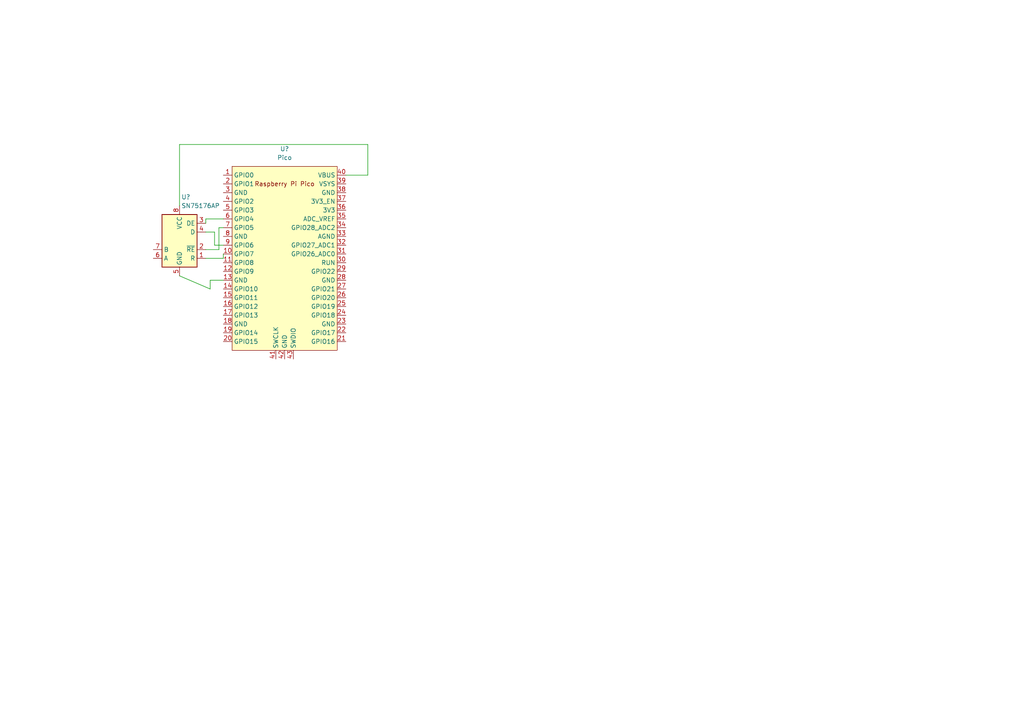
<source format=kicad_sch>
(kicad_sch (version 20211123) (generator eeschema)
  (paper "A4")
  (lib_symbols
    (symbol "Interface_UART:SN75176AP"
      (property "Reference" "U" (at -4.318 8.89 0))
      (property "Value" "SN75176AP" (at 1.016 8.89 0))
      (symbol "SN75176AP_0_1"
        (rectangle (start -5.08 7.62) (end 5.08 -7.62) (stroke (width 0.254)) (fill (type background)))
      )
      (symbol "SN75176AP_1_1"
        (pin output line (at -7.62 -5.08 0) (length 2.54) (name "R") (number "1"))
        (pin input line (at -7.62 -2.54 0) (length 2.54) (name "~{RE}") (number "2"))
        (pin input line (at -7.62 5.08 0) (length 2.54) (name "DE") (number "3"))
        (pin input line (at -7.62 2.54 0) (length 2.54) (name "D") (number "4"))
        (pin power_in line (at 0 -10.16 90) (length 2.54) (name "GND") (number "5"))
        (pin bidirectional line (at 7.62 -5.08 180) (length 2.54) (name "A") (number "6"))
        (pin bidirectional line (at 7.62 -2.54 180) (length 2.54) (name "B") (number "7"))
        (pin power_in line (at 0 10.16 270) (length 2.54) (name "VCC") (number "8"))
      )
    )
    (symbol "MCU_RaspberryPi_and_Boards:Pico"
      (property "Reference" "U" (at -13.97 27.94 0))
      (property "Value" "Pico" (at 0 19.05 0))
      (symbol "Pico_0_0"
        (text "Raspberry Pi Pico" (at 0 21.59 0) (effects (font (size 1.27 1.27))))
      )
      (symbol "Pico_0_1"
        (rectangle (start -15.24 26.67) (end 15.24 -26.67) (fill (type background)))
      )
      (symbol "Pico_1_1"
        (pin bidirectional line (at -17.78 24.13 0) (length 2.54) (name "GPIO0") (number "1"))
        (pin bidirectional line (at -17.78 1.27 0) (length 2.54) (name "GPIO7") (number "10"))
        (pin bidirectional line (at -17.78 -1.27 0) (length 2.54) (name "GPIO8") (number "11"))
        (pin bidirectional line (at -17.78 -3.81 0) (length 2.54) (name "GPIO9") (number "12"))
        (pin power_in line (at -17.78 -6.35 0) (length 2.54) (name "GND") (number "13"))
        (pin bidirectional line (at -17.78 -8.89 0) (length 2.54) (name "GPIO10") (number "14"))
        (pin bidirectional line (at -17.78 -11.43 0) (length 2.54) (name "GPIO11") (number "15"))
        (pin bidirectional line (at -17.78 -13.97 0) (length 2.54) (name "GPIO12") (number "16"))
        (pin bidirectional line (at -17.78 -16.51 0) (length 2.54) (name "GPIO13") (number "17"))
        (pin power_in line (at -17.78 -19.05 0) (length 2.54) (name "GND") (number "18"))
        (pin bidirectional line (at -17.78 -21.59 0) (length 2.54) (name "GPIO14") (number "19"))
        (pin bidirectional line (at -17.78 21.59 0) (length 2.54) (name "GPIO1") (number "2"))
        (pin bidirectional line (at -17.78 -24.13 0) (length 2.54) (name "GPIO15") (number "20"))
        (pin bidirectional line (at 17.78 -24.13 180) (length 2.54) (name "GPIO16") (number "21"))
        (pin bidirectional line (at 17.78 -21.59 180) (length 2.54) (name "GPIO17") (number "22"))
        (pin power_in line (at 17.78 -19.05 180) (length 2.54) (name "GND") (number "23"))
        (pin bidirectional line (at 17.78 -16.51 180) (length 2.54) (name "GPIO18") (number "24"))
        (pin bidirectional line (at 17.78 -13.97 180) (length 2.54) (name "GPIO19") (number "25"))
        (pin bidirectional line (at 17.78 -11.43 180) (length 2.54) (name "GPIO20") (number "26"))
        (pin bidirectional line (at 17.78 -8.89 180) (length 2.54) (name "GPIO21") (number "27"))
        (pin power_in line (at 17.78 -6.35 180) (length 2.54) (name "GND") (number "28"))
        (pin bidirectional line (at 17.78 -3.81 180) (length 2.54) (name "GPIO22") (number "29"))
        (pin power_in line (at -17.78 19.05 0) (length 2.54) (name "GND") (number "3"))
        (pin input line (at 17.78 -1.27 180) (length 2.54) (name "RUN") (number "30"))
        (pin bidirectional line (at 17.78 1.27 180) (length 2.54) (name "GPIO26_ADC0") (number "31"))
        (pin bidirectional line (at 17.78 3.81 180) (length 2.54) (name "GPIO27_ADC1") (number "32"))
        (pin power_in line (at 17.78 6.35 180) (length 2.54) (name "AGND") (number "33"))
        (pin bidirectional line (at 17.78 8.89 180) (length 2.54) (name "GPIO28_ADC2") (number "34"))
        (pin power_in line (at 17.78 11.43 180) (length 2.54) (name "ADC_VREF") (number "35"))
        (pin power_in line (at 17.78 13.97 180) (length 2.54) (name "3V3") (number "36"))
        (pin input line (at 17.78 16.51 180) (length 2.54) (name "3V3_EN") (number "37"))
        (pin bidirectional line (at 17.78 19.05 180) (length 2.54) (name "GND") (number "38"))
        (pin power_in line (at 17.78 21.59 180) (length 2.54) (name "VSYS") (number "39"))
        (pin bidirectional line (at -17.78 16.51 0) (length 2.54) (name "GPIO2") (number "4"))
        (pin power_in line (at 17.78 24.13 180) (length 2.54) (name "VBUS") (number "40"))
        (pin input line (at -2.54 -29.21 90) (length 2.54) (name "SWCLK") (number "41"))
        (pin power_in line (at 0 -29.21 90) (length 2.54) (name "GND") (number "42"))
        (pin bidirectional line (at 2.54 -29.21 90) (length 2.54) (name "SWDIO") (number "43"))
        (pin bidirectional line (at -17.78 13.97 0) (length 2.54) (name "GPIO3") (number "5"))
        (pin bidirectional line (at -17.78 11.43 0) (length 2.54) (name "GPIO4") (number "6"))
        (pin bidirectional line (at -17.78 8.89 0) (length 2.54) (name "GPIO5") (number "7"))
        (pin power_in line (at -17.78 6.35 0) (length 2.54) (name "GND") (number "8"))
        (pin bidirectional line (at -17.78 3.81 0) (length 2.54) (name "GPIO6") (number "9"))
      )
    )
  )
  (wire (pts (xy 60.96 83.82) (xy 60.96 81.28)))
  (wire (pts (xy 59.69 72.39) (xy 63.5 72.39)))
  (wire (pts (xy 106.68 41.91) (xy 106.68 50.8)))
  (wire (pts (xy 52.07 41.91) (xy 106.68 41.91)))
  (wire (pts (xy 62.23 67.31) (xy 62.23 71.12)))
  (wire (pts (xy 59.69 63.5) (xy 64.77 63.5)))
  (wire (pts (xy 106.68 50.8) (xy 100.33 50.8)))
  (wire (pts (xy 59.69 67.31) (xy 62.23 67.31)))
  (wire (pts (xy 52.07 80.01) (xy 60.96 83.82)))
  (wire (pts (xy 52.07 59.69) (xy 52.07 41.91)))
  (wire (pts (xy 63.5 72.39) (xy 63.5 66.04)))
  (wire (pts (xy 59.69 64.77) (xy 59.69 63.5)))
  (wire (pts (xy 62.23 71.12) (xy 64.77 71.12)))
  (wire (pts (xy 59.69 74.93) (xy 64.77 74.93)))
  (wire (pts (xy 63.5 66.04) (xy 64.77 66.04)))
  (wire (pts (xy 64.77 74.93) (xy 64.77 73.66)))
  (wire (pts (xy 60.96 81.28) (xy 64.77 81.28)))
  (symbol (lib_id "Interface_UART:SN75176AP") (at 52.07 69.85 0) (mirror y) (unit 1)
    (property "Reference" "U?" (at 52.5906 57.15 0) (effects (justify right)))
    (property "Value" "SN75176AP" (at 52.5906 59.69 0) (effects (justify right)))
    (property "Footprint" "Package_DIP:DIP-8_W7.62mm" (effects hide))
    (property "Datasheet" "http://www.ti.com/lit/ds/symlink/sn75176a.pdf" (effects hide))
  )
  (symbol (lib_id "MCU_RaspberryPi_and_Boards:Pico") (at 82.55 74.93 0) (unit 1)
    (property "Reference" "U?" (at 82.55 43.18 0))
    (property "Value" "Pico" (at 82.55 45.72 0))
    (property "Footprint" "RPi_Pico:RPi_Pico_SMD_TH" (effects hide))
  )
)
</source>
